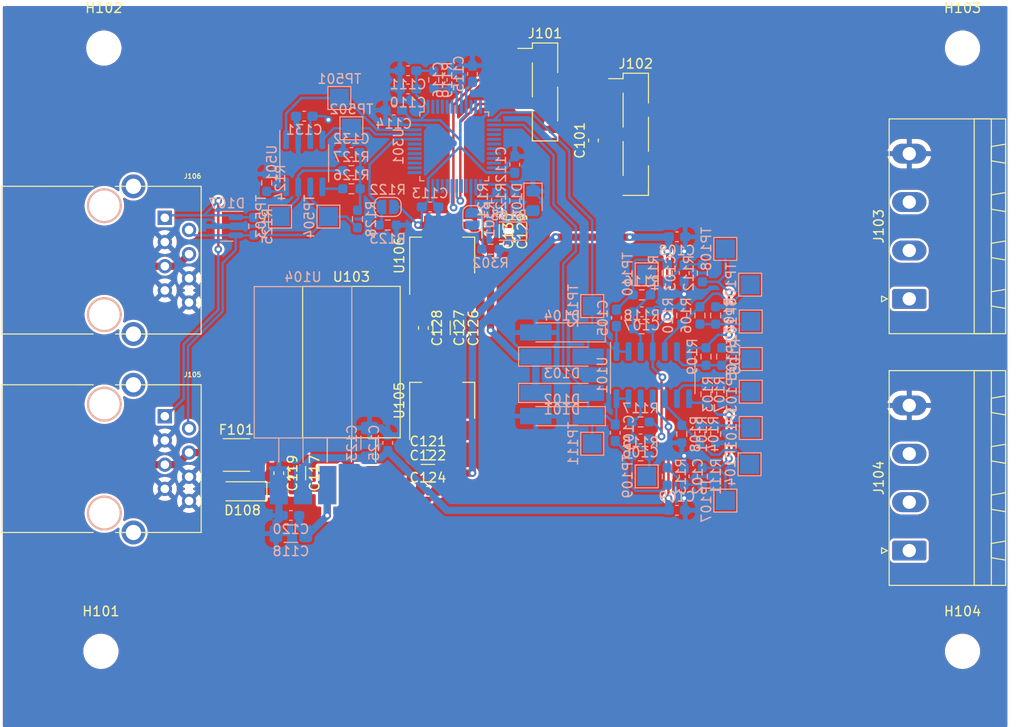
<source format=kicad_pcb>
(kicad_pcb (version 20211014) (generator pcbnew)
  (layers (0 "F.Cu" signal) (31 "B.Cu" signal) (34 "B.Paste" user) (35 "F.Paste" user) (36 "B.SilkS" user "B.Silkscreen") (37 "F.SilkS" user "F.Silkscreen") (38 "B.Mask" user) (39 "F.Mask" user) (44 "Edge.Cuts" user))
  (net 0 "")
  (net 1 "GND")
  (net 2 "+3V3")
  (net 3 "Net-(C102-Pad1)")
  (net 4 "Net-(C103-Pad1)")
  (net 5 "Net-(C104-Pad1)")
  (net 6 "/Bipolar Analog/out1")
  (net 7 "Net-(C105-Pad1)")
  (net 8 "/Bipolar Analog/out2")
  (net 9 "Net-(C106-Pad1)")
  (net 10 "Net-(C107-Pad1)")
  (net 11 "+15V")
  (net 12 "-15V")
  (net 13 "/STM32/RESET")
  (net 14 "/POWER SUPPLY/+18V")
  (net 15 "+5V")
  (net 16 "Net-(C132-Pad1)")
  (net 17 "Net-(D105-Pad2)")
  (net 18 "Net-(D106-Pad2)")
  (net 19 "/CANBUS CONN/CAN_H")
  (net 20 "/CANBUS CONN/CAN_L")
  (net 21 "Net-(D108-Pad2)")
  (net 22 "/CANBUS CONN/CAN_18V")
  (net 23 "/STM32/USART1_RX")
  (net 24 "/STM32/USART1_TX")
  (net 25 "/STM32/SWDIO")
  (net 26 "/STM32/SWO")
  (net 27 "/STM32/SWCLK")
  (net 28 "/Bipolar Analog/in1+")
  (net 29 "/Bipolar Analog/in2+")
  (net 30 "Net-(R103-Pad1)")
  (net 31 "Net-(R104-Pad1)")
  (net 32 "Net-(R105-Pad1)")
  (net 33 "Net-(R106-Pad1)")
  (net 34 "Net-(R107-Pad1)")
  (net 35 "Net-(R109-Pad1)")
  (net 36 "/STM32/LED0")
  (net 37 "/STM32/LED1")
  (net 38 "/STM32/BOOT0")
  (net 39 "Net-(R124-Pad1)")
  (net 40 "Net-(R126-Pad2)")
  (net 41 "/STM32/JUMP0")
  (net 68 "/CANBUS/CAN_RX")
  (net 69 "/CANBUS/CAN_TX")
  (footprint "Package_TO_SOT_SMD:SOT-223-3_TabPin2" (layer "F.Cu") (at 135.89 104.14 90)
    (fp_text reference "U105")
    (fp_text value "AMS1117-5")
  )
  (footprint "MountingHole:MountingHole_3.2mm_M3" (layer "F.Cu") (at 190.5 130.46)
    (fp_text reference "H104")
    (fp_text value "Mount_BR")
  )
  (footprint "Capacitor_SMD:C_0603_1608Metric_Pad1.08x0.95mm_HandSolder" (layer "F.Cu") (at 137.73 96.52 -90)
    (fp_text reference "C126")
    (fp_text value "100n")
  )
  (footprint "Capacitor_SMD:C_1206_3216Metric_Pad1.33x1.80mm_HandSolder" (layer "F.Cu") (at 120.65 111.76 -90)
    (fp_text reference "C117")
    (fp_text value "4.7u")
  )
  (footprint "Capacitor_SMD:C_1206_3216Metric_Pad1.33x1.80mm_HandSolder" (layer "F.Cu") (at 140.97 86.36 -90)
    (fp_text reference "C130")
    (fp_text value "4.7u")
  )
  (footprint "KicadZeniteSolarLibrary18:RJ45_YH59_01" (layer "F.Cu") (at 106.7816 105.786 -90)
    (fp_text reference "J105")
    (fp_text value "RJ45")
  )
  (footprint "Connector_Phoenix_MSTB:PhoenixContact_MSTBA_2,5_4-G-5,08_1x04_P5.08mm_Horizontal" (layer "F.Cu") (at 184.912 119.888 90)
    (fp_text reference "J104")
    (fp_text value "Sensor2")
  )
  (footprint "Capacitor_SMD:C_0603_1608Metric_Pad1.08x0.95mm_HandSolder" (layer "F.Cu") (at 142.875 86.36 -90)
    (fp_text reference "C129")
    (fp_text value "100n")
  )
  (footprint "Package_TO_SOT_SMD:SOT-223-3_TabPin2" (layer "F.Cu") (at 135.89 88.9 90)
    (fp_text reference "U106")
    (fp_text value "AMS1117-3.3")
  )
  (footprint "MountingHole:MountingHole_3.2mm_M3" (layer "F.Cu") (at 100.076 130.46)
    (fp_text reference "H101")
    (fp_text value "Mount_TL")
  )
  (footprint "MountingHole:MountingHole_3.2mm_M3" (layer "F.Cu") (at 190.5 67.152)
    (fp_text reference "H103")
    (fp_text value "Mount_BL")
  )
  (footprint "Connector_PinHeader_2.54mm:PinHeader_1x04_P2.54mm_Vertical_SMD_Pin1Left" (layer "F.Cu") (at 146.685 71.755)
    (fp_text reference "J101")
    (fp_text value "USART")
  )
  (footprint "Fuse:Fuse_1812_4532Metric_Pad1.30x3.40mm_HandSolder" (layer "F.Cu") (at 114.3 109.855)
    (fp_text reference "F101")
    (fp_text value "Fuse")
  )
  (footprint "MountingHole:MountingHole_3.2mm_M3" (layer "F.Cu") (at 100.3808 67.152)
    (fp_text reference "H102")
    (fp_text value "Mount_TR")
  )
  (footprint "Capacitor_SMD:C_0603_1608Metric_Pad1.08x0.95mm_HandSolder" (layer "F.Cu") (at 134.3925 113.665)
    (fp_text reference "C124")
    (fp_text value "100n")
  )
  (footprint "Connector_PinHeader_2.54mm:PinHeader_1x05_P2.54mm_Vertical_SMD_Pin1Left" (layer "F.Cu") (at 156.21 76.2)
    (fp_text reference "J102")
    (fp_text value "STLink")
  )
  (footprint "Connector_Phoenix_MSTB:PhoenixContact_MSTBA_2,5_4-G-5,08_1x04_P5.08mm_Horizontal" (layer "F.Cu") (at 184.912 93.472 90)
    (fp_text reference "J103")
    (fp_text value "Sensor1")
  )
  (footprint "Capacitor_SMD:C_0603_1608Metric_Pad1.08x0.95mm_HandSolder" (layer "F.Cu") (at 151.765 76.835 90)
    (fp_text reference "C101")
    (fp_text value "100n")
  )
  (footprint "Capacitor_SMD:C_1206_3216Metric_Pad1.33x1.80mm_HandSolder" (layer "F.Cu") (at 135.825 96.52 -90)
    (fp_text reference "C127")
    (fp_text value "4.7u")
  )
  (footprint "Diode_SMD:D_MiniMELF" (layer "F.Cu") (at 114.935 113.665 180)
    (fp_text reference "D108")
    (fp_text value "LL4148")
  )
  (footprint "Capacitor_SMD:C_0603_1608Metric_Pad1.08x0.95mm_HandSolder" (layer "F.Cu") (at 133.92 96.52 -90)
    (fp_text reference "C128")
    (fp_text value "100n")
  )
  (footprint "Capacitor_SMD:C_0603_1608Metric_Pad1.08x0.95mm_HandSolder" (layer "F.Cu") (at 134.3925 109.855)
    (fp_text reference "C121")
    (fp_text value "100n")
  )
  (footprint "KicadZeniteSolarLibrary18:RJ45_YH59_01" (layer "F.Cu") (at 106.7816 84.958 -90)
    (fp_text reference "J106")
    (fp_text value "RJ45")
  )
  (footprint "KicadZeniteSolarLibrary18:TO-220-3_Horizontal_Tabless_SMD" (layer "F.Cu") (at 123.825 111.7375)
    (fp_text reference "U103")
    (fp_text value "K78L15-1000R3")
  )
  (footprint "Capacitor_SMD:C_0603_1608Metric_Pad1.08x0.95mm_HandSolder" (layer "F.Cu") (at 118.745 111.76 -90)
    (fp_text reference "C119")
    (fp_text value "100n")
  )
  (footprint "Capacitor_SMD:C_1206_3216Metric_Pad1.33x1.80mm_HandSolder" (layer "F.Cu") (at 134.3925 111.76)
    (fp_text reference "C122")
    (fp_text value "4.7u")
  )
  (footprint "Resistor_SMD:R_0603_1608Metric_Pad0.98x0.95mm_HandSolder" (layer "B.Cu") (at 156.718 109.94325 180)
    (fp_text reference "R115")
    (fp_text value "1k")
  )
  (footprint "Resistor_SMD:R_0603_1608Metric_Pad0.98x0.95mm_HandSolder" (layer "B.Cu") (at 159.512 90.76625 -90)
    (fp_text reference "R114")
    (fp_text value "1k")
  )
  (footprint "LED_SMD:LED_0805_2012Metric_Pad1.15x1.40mm_HandSolder" (layer "B.Cu") (at 145.415 83.185 -90)
    (fp_text reference "D106")
    (fp_text value "~")
  )
  (footprint "KicadZeniteSolarLibrary18:TO-220-3_Horizontal_Tabless_SMD" (layer "B.Cu") (at 123.825 111.76 180)
    (fp_text reference "U104")
    (fp_text value "K78L15-1000R3")
  )
  (footprint "Resistor_SMD:R_0603_1608Metric_Pad0.98x0.95mm_HandSolder" (layer "B.Cu") (at 135.005 70.485 90)
    (fp_text reference "R119")
    (fp_text value "10k")
  )
  (footprint "Capacitor_SMD:C_0603_1608Metric_Pad1.08x0.95mm_HandSolder" (layer "B.Cu") (at 126.365 78.105 180)
    (fp_text reference "C132")
    (fp_text value "4.7n")
  )
  (footprint "Capacitor_SMD:C_0603_1608Metric_Pad1.08x0.95mm_HandSolder" (layer "B.Cu") (at 156.845 94.83025)
    (fp_text reference "C107")
    (fp_text value "100n")
  )
  (footprint "Capacitor_SMD:C_0603_1608Metric_Pad1.08x0.95mm_HandSolder" (layer "B.Cu") (at 120.015 116.205)
    (fp_text reference "C120")
    (fp_text value "100n")
  )
  (footprint "TestPoint:TestPoint_Pad_2.0x2.0mm" (layer "B.Cu") (at 168.275 99.78325 -90)
    (fp_text reference "TP105")
    (fp_text value "op_a_in-")
  )
  (footprint "Capacitor_SMD:C_0603_1608Metric_Pad1.08x0.95mm_HandSolder" (layer "B.Cu") (at 139.065 69.85 -90)
    (fp_text reference "C115")
    (fp_text value "100n")
  )
  (footprint "Capacitor_SMD:C_0603_1608Metric_Pad1.08x0.95mm_HandSolder" (layer "B.Cu") (at 160.528 115.65825 180)
    (fp_text reference "C109")
    (fp_text value "100n")
  )
  (footprint "TestPoint:TestPoint_Pad_2.0x2.0mm" (layer "B.Cu") (at 151.638 108.67325 -90)
    (fp_text reference "TP111")
    (fp_text value "op_b_out")
  )
  (footprint "TestPoint:TestPoint_Pad_2.0x2.0mm" (layer "B.Cu") (at 165.608 114.64225 -90)
    (fp_text reference "TP107")
    (fp_text value "op_a_out")
  )
  (footprint "TestPoint:TestPoint_Pad_2.0x2.0mm" (layer "B.Cu") (at 157.353 112.10225 -90)
    (fp_text reference "TP109")
    (fp_text value "op_b_in+")
  )
  (footprint "Diode_SMD:D_MiniMELF_Handsoldering" (layer "B.Cu") (at 148.463 99.52925)
    (fp_text reference "D103")
    (fp_text value "3V9")
  )
  (footprint "Package_SO:SOIC-14_3.9x8.7mm_P1.27mm" (layer "B.Cu") (at 157.988 101.47025 -90)
    (fp_text reference "U101")
    (fp_text value "LM324")
  )
  (footprint "Package_TO_SOT_SMD:SOT-23" (layer "B.Cu") (at 113.284 85.852 180)
    (fp_text reference "D107")
    (fp_text value "pesd1can")
  )
  (footprint "Resistor_SMD:R_0603_1608Metric_Pad0.98x0.95mm_HandSolder" (layer "B.Cu") (at 161.036 107.65725 90)
    (fp_text reference "R108")
    (fp_text value "3k9")
  )
  (footprint "Capacitor_SMD:C_0603_1608Metric_Pad1.08x0.95mm_HandSolder" (layer "B.Cu") (at 161.29 90.76625 -90)
    (fp_text reference "C103")
    (fp_text value "100n")
  )
  (footprint "LED_SMD:LED_0805_2012Metric_Pad1.15x1.40mm_HandSolder" (layer "B.Cu") (at 142.875 86.36 180)
    (fp_text reference "D105")
    (fp_text value "~")
  )
  (footprint "Capacitor_SMD:C_0603_1608Metric_Pad1.08x0.95mm_HandSolder" (layer "B.Cu") (at 154.178 95.46525 -90)
    (fp_text reference "C105")
    (fp_text value "100n")
  )
  (footprint "TestPoint:TestPoint_Pad_2.0x2.0mm" (layer "B.Cu") (at 151.638 94.22425 -90)
    (fp_text reference "TP112")
    (fp_text value "op_b_out")
  )
  (footprint "Resistor_SMD:R_0603_1608Metric_Pad0.98x0.95mm_HandSolder" (layer "B.Cu") (at 117.475 81.28 90)
    (fp_text reference "R124")
    (fp_text value "4k7")
  )
  (footprint "Diode_SMD:D_MiniMELF_Handsoldering" (layer "B.Cu") (at 148.463 103.33925)
    (fp_text reference "D101")
    (fp_text value "3V9")
  )
  (footprint "TestPoint:TestPoint_Pad_2.0x2.0mm" (layer "B.Cu") (at 168.2115 91.98025 -90)
    (fp_text reference "TP106")
    (fp_text value "op_a_in+")
  )
  (footprint "Capacitor_SMD:C_1206_3216Metric_Pad1.33x1.80mm_HandSolder" (layer "B.Cu") (at 120.015 118.11)
    (fp_text reference "C118")
    (fp_text value "4.7u")
  )
  (footprint "Resistor_SMD:R_0603_1608Metric_Pad0.98x0.95mm_HandSolder" (layer "B.Cu") (at 162.941 95.21125 -90)
    (fp_text reference "R106")
    (fp_text value "1k")
  )
  (footprint "Resistor_SMD:R_0603_1608Metric_Pad0.98x0.95mm_HandSolder" (layer "B.Cu") (at 127 85.09 90)
    (fp_text reference "R128")
    (fp_text value "520")
  )
  (footprint "Capacitor_SMD:C_0603_1608Metric_Pad1.08x0.95mm_HandSolder" (layer "B.Cu") (at 134.62 83.82 180)
    (fp_text reference "C113")
    (fp_text value "100n")
  )
  (footprint "Capacitor_SMD:C_0603_1608Metric_Pad1.08x0.95mm_HandSolder" (layer "B.Cu") (at 154.051 107.53025 90)
    (fp_text reference "C104")
    (fp_text value "100n")
  )
  (footprint "Resistor_SMD:R_0603_1608Metric_Pad0.98x0.95mm_HandSolder" (layer "B.Cu") (at 159.512 112.10225 90)
    (fp_text reference "R113")
    (fp_text value "1k")
  )
  (footprint "Resistor_SMD:R_0603_1608Metric_Pad0.98x0.95mm_HandSolder" (layer "B.Cu") (at 143.51 83.185 -90)
    (fp_text reference "R120")
    (fp_text value "10k")
  )
  (footprint "Resistor_SMD:R_0603_1608Metric_Pad0.98x0.95mm_HandSolder" (layer "B.Cu") (at 161.036 95.21125 -90)
    (fp_text reference "R110")
    (fp_text value "1k")
  )
  (footprint "Resistor_SMD:R_0603_1608Metric_Pad0.98x0.95mm_HandSolder" (layer "B.Cu") (at 156.845 96.60825 180)
    (fp_text reference "R118")
    (fp_text value "15k")
  )
  (footprint "Capacitor_SMD:C_0603_1608Metric_Pad1.08x0.95mm_HandSolder" (layer "B.Cu") (at 143.51 79.375 -90)
    (fp_text reference "C112")
    (fp_text value "100n")
  )
  (footprint "TestPoint:TestPoint_Pad_2.0x2.0mm" (layer "B.Cu") (at 168.275 107.02225 -90)
    (fp_text reference "TP101")
    (fp_text value "in+")
  )
  (footprint "Resistor_SMD:R_0603_1608Metric_Pad0.98x0.95mm_HandSolder" (layer "B.Cu") (at 163.195 90.76625 -90)
    (fp_text reference "R112")
    (fp_text value "1k")
  )
  (footprint "Resistor_SMD:R_0603_1608Metric_Pad0.98x0.95mm_HandSolder" (layer "B.Cu") (at 156.718 106.38725 180)
    (fp_text reference "R117")
    (fp_text value "15k")
  )
  (footprint "Resistor_SMD:R_0603_1608Metric_Pad0.98x0.95mm_HandSolder" (layer "B.Cu") (at 126.365 80.01 180)
    (fp_text reference "R127")
    (fp_text value "520")
  )
  (footprint "Capacitor_SMD:C_0603_1608Metric_Pad1.08x0.95mm_HandSolder" (layer "B.Cu") (at 130.1775 108.585 -90)
    (fp_text reference "C125")
    (fp_text value "100n")
  )
  (footprint "Capacitor_SMD:C_0603_1608Metric_Pad1.08x0.95mm_HandSolder" (layer "B.Cu") (at 132.3075 69.5325)
    (fp_text reference "C111")
    (fp_text value "100n")
  )
  (footprint "Capacitor_SMD:C_0603_1608Metric_Pad1.08x0.95mm_HandSolder" (layer "B.Cu") (at 130.81 73.66)
    (fp_text reference "C114")
    (fp_text value "100n")
  )
  (footprint "Capacitor_SMD:C_0603_1608Metric_Pad1.08x0.95mm_HandSolder" (layer "B.Cu") (at 160.528 86.95625)
    (fp_text reference "C108")
    (fp_text value "100n")
  )
  (footprint "Resistor_SMD:R_0603_1608Metric_Pad0.98x0.95mm_HandSolder" (layer "B.Cu") (at 162.941 107.65725 90)
    (fp_text reference "R104")
    (fp_text value "1k")
  )
  (footprint "Resistor_SMD:R_0603_1608Metric_Pad0.98x0.95mm_HandSolder" (layer "B.Cu") (at 126.365 81.915 180)
    (fp_text reference "R126")
    (fp_text value "300")
  )
  (footprint "Resistor_SMD:R_0603_1608Metric_Pad0.98x0.95mm_HandSolder" (layer "B.Cu") (at 116.11725 85.852 90)
    (fp_text reference "R125")
    (fp_text value "NC")
  )
  (footprint "TestPoint:TestPoint_Pad_2.0x2.0mm" (layer "B.Cu") (at 125.095 72.39 180)
    (fp_text reference "TP501")
    (fp_text value "TxCAN")
  )
  (footprint "Capacitor_SMD:C_0603_1608Metric_Pad1.08x0.95mm_HandSolder" (layer "B.Cu") (at 121.412 74.295)
    (fp_text reference "C131")
    (fp_text value "100n")
  )
  (footprint "Resistor_SMD:R_0603_1608Metric_Pad0.98x0.95mm_HandSolder" (layer "B.Cu") (at 130.175 85.725)
    (fp_text reference "R123")
    (fp_text value "10k")
  )
  (footprint "TestPoint:TestPoint_Pad_2.0x2.0mm" (layer "B.Cu") (at 165.608 88.22625 -90)
    (fp_text reference "TP108")
    (fp_text value "op_a_out")
  )
  (footprint "Capacitor_SMD:C_1206_3216Metric_Pad1.33x1.80mm_HandSolder" (layer "B.Cu") (at 128.27 108.585 -90)
    (fp_text reference "C123")
    (fp_text value "4.7u")
  )
  (footprint "Resistor_SMD:R_0603_1608Metric_Pad0.98x0.95mm_HandSolder" (layer "B.Cu") (at 156.845 93.05225 180)
    (fp_text reference "R116")
    (fp_text value "1k")
  )
  (footprint "Resistor_SMD:R_0603_1608Metric_Pad0.98x0.95mm_HandSolder" (layer "B.Cu") (at 163.576 103.46625 90)
    (fp_text reference "R107")
    (fp_text value "1k")
  )
  (footprint "TestPoint:TestPoint_Pad_2.0x2.0mm" (layer "B.Cu") (at 157.353 90.89325 -90)
    (fp_text reference "TP110")
    (fp_text value "op_b_in+")
  )
  (footprint "Package_SO:SOIC-8_3.9x4.9mm_P1.27mm" (layer "B.Cu") (at 121.412 79.248 -90)
    (fp_text reference "U501")
    (fp_text value "MCP2561-E-SN")
  )
  (footprint "Jumper:SolderJumper-2_P1.3mm_Open_RoundedPad1.0x1.5mm" (layer "B.Cu") (at 139.065 85.09 90)
    (fp_text reference "R301")
    (fp_text value "JUMP0")
  )
  (footprint "TestPoint:TestPoint_Pad_2.0x2.0mm" (layer "B.Cu") (at 168.148 110.83225 -90)
    (fp_text reference "TP104")
    (fp_text value "op_a_in+")
  )
  (footprint "TestPoint:TestPoint_Pad_2.0x2.0mm" (layer "B.Cu") (at 168.275 95.84625 -90)
    (fp_text reference "TP102")
    (fp_text value "in+")
  )
  (footprint "Capacitor_SMD:C_0603_1608Metric_Pad1.08x0.95mm_HandSolder" (layer "B.Cu") (at 132.3075 71.4375)
    (fp_text reference "C110")
    (fp_text value "100n")
  )
  (footprint "Resistor_SMD:R_0603_1608Metric_Pad0.98x0.95mm_HandSolder" (layer "B.Cu") (at 140.97 88.265)
    (fp_text reference "R302")
    (fp_text value "10k")
  )
  (footprint "TestPoint:TestPoint_Pad_2.0x2.0mm" (layer "B.Cu") (at 118.872 84.836 -90)
    (fp_text reference "TP503")
    (fp_text value "CAN_H")
  )
  (footprint "Resistor_SMD:R_0603_1608Metric_Pad0.98x0.95mm_HandSolder" (layer "B.Cu") (at 165.227 103.46625 -90)
    (fp_text reference "R103")
    (fp_text value "1k")
  )
  (footprint "Capacitor_SMD:C_0603_1608Metric_Pad1.08x0.95mm_HandSolder" (layer "B.Cu") (at 161.29 112.10225 90)
    (fp_text reference "C102")
    (fp_text value "100n")
  )
  (footprint "Resistor_SMD:R_0603_1608Metric_Pad0.98x0.95mm_HandSolder" (layer "B.Cu") (at 164.592 107.65725 -90)
    (fp_text reference "R101")
    (fp_text value "30")
  )
  (footprint "Resistor_SMD:R_0603_1608Metric_Pad0.98x0.95mm_HandSolder" (layer "B.Cu") (at 164.592 95.21125 90)
    (fp_text reference "R102")
    (fp_text value "30")
  )
  (footprint "Capacitor_SMD:C_0603_1608Metric_Pad1.08x0.95mm_HandSolder" (layer "B.Cu") (at 136.91 70.485 -90)
    (fp_text reference "C116")
    (fp_text value "100n")
  )
  (footprint "Package_QFP:LQFP-48_7x7mm_P0.5mm" (layer "B.Cu") (at 137.16 77.47 -90)
    (fp_text reference "U301")
    (fp_text value "STM32F103C8Tx")
  )
  (footprint "Diode_SMD:D_MiniMELF_Handsoldering" (layer "B.Cu") (at 148.463 105.77765 180)
    (fp_text reference "D102")
    (fp_text value "3V9")
  )
  (footprint "TestPoint:TestPoint_Pad_2.0x2.0mm" (layer "B.Cu") (at 123.952 84.836 -90)
    (fp_text reference "TP504")
    (fp_text value "CAN_L")
  )
  (footprint "Resistor_SMD:R_0603_1608Metric_Pad0.98x0.95mm_HandSolder" (layer "B.Cu") (at 141.605 83.185 -90)
    (fp_text reference "R121")
    (fp_text value "10k")
  )
  (footprint "Diode_SMD:D_MiniMELF_Handsoldering" (layer "B.Cu") (at 148.463 96.98925 180)
    (fp_text reference "D104")
    (fp_text value "3V9")
  )
  (footprint "TestPoint:TestPoint_Pad_2.0x2.0mm" (layer "B.Cu") (at 126.365 75.565 180)
    (fp_text reference "TP502")
    (fp_text value "RxCAN")
  )
  (footprint "Resistor_SMD:R_0603_1608Metric_Pad0.98x0.95mm_HandSolder" (layer "B.Cu") (at 165.227 99.52925 90)
    (fp_text reference "R105")
    (fp_text value "1k")
  )
  (footprint "TestPoint:TestPoint_Pad_2.0x2.0mm" (layer "B.Cu") (at 168.275 103.21225 -90)
    (fp_text reference "TP103")
    (fp_text value "op_a_in-")
  )
  (footprint "Resistor_SMD:R_0603_1608Metric_Pad0.98x0.95mm_HandSolder" (layer "B.Cu") (at 163.195 112.10225 90)
    (fp_text reference "R111")
    (fp_text value "1k")
  )
  (footprint "Capacitor_SMD:C_0603_1608Metric_Pad1.08x0.95mm_HandSolder" (layer "B.Cu") (at 156.718 108.16525)
    (fp_text reference "C106")
    (fp_text value "100n")
  )
  (footprint "Resistor_SMD:R_0603_1608Metric_Pad0.98x0.95mm_HandSolder" (layer "B.Cu") (at 163.576 99.52925 -90)
    (fp_text reference "R109")
    (fp_text value "3k9")
  )
  (footprint "Jumper:SolderJumper-2_P1.3mm_Open_RoundedPad1.0x1.5mm" (layer "B.Cu") (at 130.175 83.82 180)
    (fp_text reference "R122")
    (fp_text value "BOOT0")
  )
  (segment (start 133.53 109.855) (end 133.53 107.35) (width 0.762) (layer "F.Cu") (net 1))
  (segment (start 161.29 109.94325) (end 161.29 114.38825) (width 0.254) (layer "F.Cu") (net 1))
  (segment (start 119.95 110.8975) (end 120.65 110.1975) (width 0.762) (layer "F.Cu") (net 1))
  (segment (start 133.53 109.855) (end 133.53 111.06) (width 0.762) (layer "F.Cu") (net 1))
  (segment (start 133.92 95.6575) (end 135.125 95.6575) (width 0.762) (layer "F.Cu") (net 1))
  (segment (start 136.525 95.6575) (end 135.825 94.9575) (width 0.762) (layer "F.Cu") (net 1))
  (segment (start 133.59 92.05) (end 133.59 95.3275) (width 0.762) (layer "F.Cu") (net 1))
  (segment (start 125.4375 110.1975) (end 126.365 111.125) (width 0.762) (layer "F.Cu") (net 1))
  (segment (start 137.73 95.6575) (end 136.525 95.6575) (width 0.762) (layer "F.Cu") (net 1))
  (segment (start 142.875 85.4975) (end 141.67 85.4975) (width 0.762) (layer "F.Cu") (net 1))
  (segment (start 133.53 107.35) (end 133.59 107.29) (width 0.762) (layer "F.Cu") (net 1))
  (segment (start 141.67 85.4975) (end 140.97 84.7975) (width 0.762) (layer "F.Cu") (net 1))
  (segment (start 135.125 95.6575) (end 135.825 94.9575) (width 0.762) (layer "F.Cu") (net 1))
  (segment (start 125.4375 110.1975) (end 131.2675 110.1975) (width 0.762) (layer "F.Cu") (net 1))
  (segment (start 120.65 110.1975) (end 125.4375 110.1975) (width 0.762) (layer "F.Cu") (net 1))
  (segment (start 161.29 92.92525) (end 161.29 88.48025) (width 0.254) (layer "F.Cu") (net 1))
  (segment (start 131.2675 110.1975) (end 132.83 111.76) (width 0.762) (layer "F.Cu") (net 1))
  (segment (start 133.53 111.06) (end 132.83 111.76) (width 0.762) (layer "F.Cu") (net 1))
  (segment (start 118.745 110.8975) (end 119.95 110.8975) (width 0.762) (layer "F.Cu") (net 1))
  (segment (start 133.53 113.665) (end 133.53 112.46) (width 0.762) (layer "F.Cu") (net 1))
  (segment (start 133.53 112.46) (end 132.83 111.76) (width 0.762) (layer "F.Cu") (net 1))
  (segment (start 126.365 111.125) (end 126.365 113.0075) (width 0.762) (layer "F.Cu") (net 1))
  (segment (start 133.59 95.3275) (end 133.92 95.6575) (width 0.762) (layer "F.Cu") (net 1))
  (via (at 161.29 109.94325) (size 0.8) (drill 0.4) (layers "F.Cu" "B.Cu") (net 1))
  (via (at 161.29 92.97525) (size 0.8) (drill 0.4) (layers "F.Cu" "B.Cu") (net 1))
  (via (at 161.29 114.38825) (size 0.8) (drill 0.4) (layers "F.Cu" "B.Cu") (net 1))
  (via (at 161.29 88.48025) (size 0.8) (drill 0.4) (layers "F.Cu" "B.Cu") (net 1))
  (segment (start 124.46 78.74) (end 121.285 78.74) (width 0.254) (layer "B.Cu") (net 1))
  (segment (start 146.44152 84.773802) (end 146.44152 83.18652) (width 0.254) (layer "B.Cu") (net 1))
  (segment (start 120.777 76.773) (end 120.777 74.5225) (width 0.254) (layer "B.Cu") (net 1))
  (segment (start 132.9975 75.22) (end 131.5075 75.22) (width 0.254) (layer "B.Cu") (net 1))
  (segment (start 131.0875 85.725) (end 132.322557 85.725) (width 0.254) (layer "B.Cu") (net 1))
  (segment (start 125.095 78.105) (end 124.46 78.74) (width 0.254) (layer "B.Cu") (net 1))
  (segment (start 143.9 86.36) (end 144.855322 86.36) (width 0.254) (layer "B.Cu") (net 1))
  (segment (start 131.445 69.5325) (end 131.445 71.4375) (width 0.254) (layer "B.Cu") (net 1))
  (segment (start 133.893489 86.451511) (end 135.4825 84.8625) (width 0.254) (layer "B.Cu") (net 1))
  (segment (start 161.29 115.55775) (end 161.3905 115.65825) (width 0.254) (layer "B.Cu") (net 1))
  (segment (start 120.777 74.5225) (end 120.5495 74.295) (width 0.254) (layer "B.Cu") (net 1))
  (segment (start 165.8855 98.61675) (end 166.497 98.00525) (width 0.254) (layer "B.Cu") (net 1))
  (segment (start 157.5805 108.16525) (end 157.607 108.16525) (width 0.254) (layer "B.Cu") (net 1))
  (segment (start 118.4525 116.905) (end 119.1525 116.205) (width 0.762) (layer "B.Cu") (net 1))
  (segment (start 157.6305 108.16525) (end 157.6425 108.16525) (width 0.254) (layer "B.Cu") (net 1))
  (segment (start 165.8855 104.37875) (end 166.5605 105.05375) (width 0.254) (layer "B.Cu") (net 1))
  (segment (start 125.5025 78.105) (end 125.095 78.105) (width 0.254) (layer "B.Cu") (net 1))
  (segment (start 143.9 86.36) (end 143.7875 86.36) (width 0.254) (layer "B.Cu") (net 1))
  (segment (start 161.036 93.22925) (end 161.29 92.97525) (width 0.254) (layer "B.Cu") (net 1))
  (segment (start 139.065 68.9875) (end 137.545 68.9875) (width 0.254) (layer "B.Cu") (net 1))
  (segment (start 158.496 109.05425) (end 159.178 109.05425) (width 0.254) (layer "B.Cu") (net 1))
  (segment (start 118.745 113.03) (end 118.745 115.7975) (width 0.762) (layer "B.Cu") (net 1))
  (segment (start 165.227 98.61675) (end 165.8855 98.61675) (width 0.254) (layer "B.Cu") (net 1))
  (segment (start 134.91 83.2475) (end 135.4825 83.82) (width 0.254) (layer "B.Cu") (net 1))
  (segment (start 159.178 109.05425) (end 159.6625 108.56975) (width 0.254) (layer "B.Cu") (net 1))
  (segment (start 146.44152 83.18652) (end 145.415 82.16) (width 0.254) (layer "B.Cu") (net 1))
  (segment (start 134.91 81.6325) (end 134.91 83.2475) (width 0.254) (layer "B.Cu") (net 1))
  (segment (start 166.497 98.00525) (end 169.926 98.00525) (width 0.254) (layer "B.Cu") (net 1))
  (segment (start 129.4775 107.0225) (end 130.1775 107.7225) (width 0.762) (layer "B.Cu") (net 1))
  (segment (start 137.91 73.3075) (end 137.91 70.6225) (width 0.254) (layer "B.Cu") (net 1))
  (segment (start 132.322557 85.725) (end 133.049068 86.451511) (width 0.254) (layer "B.Cu") (net 1))
  (segment (start 165.227 104.37875) (end 165.8855 104.37875) (width 0.254) (layer "B.Cu") (net 1))
  (segment (start 108.745133 85.156489) (end 111.650989 85.156489) (width 0.254) (layer "B.Cu") (net 1))
  (segment (start 161.29 88.48025) (end 161.29 87.05675) (width 0.254) (layer "B.Cu") (net 1))
  (segment (start 166.5605 105.05375) (end 166.624 105.11725) (width 0.254) (layer "B.Cu") (net 1))
  (segment (start 112.3465 85.852) (end 111.650989 85.156489) (width 0.254) (layer "B.Cu") (net 1))
  (segment (start 161.036 108.56975) (end 161.036 109.68925) (width 0.254) (layer "B.Cu") (net 1))
  (segment (start 161.036 94.29875) (end 161.036 93.22925) (width 0.254) (layer "B.Cu") (net 1))
  (segment (start 118.745 115.7975) (end 119.1525 116.205) (width 0.762) (layer "B.Cu") (net 1))
  (segment (start 117.475 80.3675) (end 117.561401 80.3675) (width 0.254) (layer "B.Cu") (net 1))
  (segment (start 137.91 70.6225) (end 136.91 69.6225) (width 0.254) (layer "B.Cu") (net 1))
  (segment (start 161.29 114.38825) (end 161.29 115.55775) (width 0.254) (layer "B.Cu") (net 1))
  (segment (start 143.7875 86.36) (end 141.8825 88.265) (width 0.254) (layer "B.Cu") (net 1))
  (segment (start 120.777 78.232) (end 120.777 76.773) (width 0.254) (layer "B.Cu") (net 1))
  (segment (start 121.285 78.74) (end 120.777 78.232) (width 0.254) (layer "B.Cu") (net 1))
  (segment (start 106.7856 87.116022) (end 106.7856 87.503) (width 0.254) (layer "B.Cu") (net 1))
  (segment (start 157.607 108.16525) (end 158.496 109.05425) (width 0.254) (layer "B.Cu") (net 1))
  (segment (start 161.29 87.05675) (end 161.3905 86.95625) (width 0.254) (layer "B.Cu") (net 1))
  (segment (start 108.745133 85.156489) (end 106.7856 87.116022) (width 0.254) (layer "B.Cu") (net 1))
  (segment (start 161.29 111.23975) (end 161.29 109.94325) (width 0.254) (layer "B.Cu") (net 1))
  (segment (start 158.239 94.29875) (end 161.036 94.29875) (width 0.254) (layer "B.Cu") (net 1))
  (segment (start 142.3025 79.72) (end 143.51 78.5125) (width 0.254) (layer "B.Cu") (net 1))
  (segment (start 141.3225 79.72) (end 142.3025 79.72) (width 0.254) (layer "B.Cu") (net 1))
  (segment (start 157.7075 94.83025) (end 158.239 94.29875) (width 0.254) (layer "B.Cu") (net 1))
  (segment (start 161.29 92.97525) (end 161.29 91.62875) (width 0.254) (layer "B.Cu") (net 1))
  (segment (start 118.4525 118.11) (end 118.4525 116.905) (width 0.762) (layer "B.Cu") (net 1))
  (segment (start 161.036 109.68925) (end 161.29 109.94325) (width 0.254) (layer "B.Cu") (net 1))
  (segment (start 131.5075 75.22) (end 129.9475 73.66) (width 0.254) (layer "B.Cu") (net 1))
  (segment (start 128.27 107.0225) (end 129.4775 107.0225) (width 0.762) (layer "B.Cu") (net 1))
  (segment (start 166.5605 105.05375) (end 169.9895 105.05375) (width 0.254) (layer "B.Cu") (net 1))
  (segment (start 135.4825 84.8625) (end 135.4825 83.82) (width 0.254) (layer "B.Cu") (net 1))
  (segment (start 144.855322 86.36) (end 146.44152 84.773802) (width 0.254) (layer "B.Cu") (net 1))
  (segment (start 133.049068 86.451511) (end 133.893489 86.451511) (width 0.254) (layer "B.Cu") (net 1))
  (segment (start 159.6625 108.56975) (end 159.636 108.56975) (width 0.254) (layer "B.Cu") (net 1))
  (segment (start 117.561401 80.3675) (end 119.188901 78.74) (width 0.254) (layer "B.Cu") (net 1))
  (segment (start 137.545 68.9875) (end 136.91 69.6225) (width 0.254) (layer "B.Cu") (net 1))
  (segment (start 161.036 108.56975) (end 159.6625 108.56975) (width 0.254) (layer "B.Cu") (net 1))
  (segment (start 119.188901 78.74) (end 121.285 78.74) (width 0.254) (layer "B.Cu") (net 1))
  (segment (start 135.89 92.05) (end 135.89 85.75) (width 0.762) (layer "F.Cu") (net 2))
  (segment (start 135.89 85.75) (end 138.7975 85.75) (width 0.762) (layer "F.Cu") (net 2))
  (segment (start 142.875 87.2225) (end 141.67 87.2225) (width 0.762) (layer "F.Cu") (net 2))
  (segment (start 138.7975 85.75) (end 140.97 87.9225) (width 0.762) (layer "F.Cu") (net 2))
  (segment (start 140.97 87.9225) (end 140.97 96.774) (width 0.762) (layer "F.Cu") (net 2))
  (segment (start 133.375 85.75) (end 133.35 85.725) (width 0.762) (layer "F.Cu") (net 2))
  (segment (start 141.67 87.2225) (end 140.97 87.9225) (width 0.762) (layer "F.Cu") (net 2))
  (segment (start 135.89 85.75) (end 133.375 85.75) (width 0.762) (layer "F.Cu") (net 2))
  (via (at 140.97 96.774) (size 0.8) (drill 0.4) (layers "F.Cu" "B.Cu") (net 2))
  (via (at 133.35 85.725) (size 0.8) (drill 0.4) (layers "F.Cu" "B.Cu") (net 2))
  (segment (start 135.017165 80.22) (end 135.045 80.22) (width 0.254) (layer "B.Cu") (net 2))
  (segment (start 137.802835 76.827165) (end 135.69567 74.72) (width 0.254) (layer "B.Cu") (net 2))
  (segment (start 138.41 74.112835) (end 138.41 73.3075) (width 0.254) (layer "B.Cu") (net 2))
  (segment (start 137.802835 74.72) (end 137.802835 76.827165) (width 0.254) (layer "B.Cu") (net 2))
  (segment (start 135.017165 80.22) (end 134.41 80.827165) (width 0.254) (layer "B.Cu") (net 2))
  (segment (start 137.802835 77.462165) (end 137.802835 77.50567) (width 0.254) (layer "B.Cu") (net 2))
  (segment (start 138.41 73.3075) (end 138.41 71.3675) (width 0.254) (layer "B.Cu") (net 2))
  (segment (start 137.802835 76.827165) (end 137.802835 77.462165) (width 0.254) (layer "B.Cu") (net 2))
  (segment (start 140.517165 80.22) (end 141.3225 80.22) (width 0.254) (layer "B.Cu") (net 2))
  (segment (start 140.97 96.774) (end 143.72525 99.52925) (width 0.762) (layer "B.Cu") (net 2))
  (segment (start 133.17 71.4375) (end 133.17 69.5325) (width 0.254) (layer "B.Cu") (net 2))
  (segment (start 135.045 80.22) (end 137.802835 77.462165) (width 0.254) (layer "B.Cu") (net 2))
  (segment (start 132.7325 74.72) (end 131.6725 73.66) (width 0.254) (layer "B.Cu") (net 2))
  (segment (start 138.41 71.3675) (end 139.065 70.7125) (width 0.254) (layer "B.Cu") (net 2))
  (segment (start 133.17 72.0675) (end 134.41 73.3075) (width 0.254) (layer "B.Cu") (net 2))
  (segment (start 141.3225 80.22) (end 143.4925 80.22) (width 0.254) (layer "B.Cu") (net 2))
  (segment (start 131.445 83.82) (end 133.35 85.725) (width 0.254) (layer "B.Cu") (net 2))
  (segment (start 134.41 83.1675) (end 133.7575 83.82) (width 0.254) (layer "B.Cu") (net 2))
  (segment (start 133.7575 83.82) (end 133.7575 85.3175) (width 0.254) (layer "B.Cu") (net 2))
  (segment (start 132.9975 74.72) (end 132.7325 74.72) (width 0.254) (layer "B.Cu") (net 2))
  (segment (start 143.4925 80.22) (end 143.51 80.2375) (width 0.254) (layer "B.Cu") (net 2))
  (segment (start 131.6725 73.66) (end 131.9375 73.66) (width 0.254) (layer "B.Cu") (net 2))
  (segment (start 131.445 83.82) (end 130.825 83.82) (width 0.254) (layer "B.Cu") (net 2))
  (segment (start 143.72525 99.52925) (end 145.713 99.52925) (width 0.762) (layer "B.Cu") (net 2))
  (segment (start 134.41 81.6325) (end 134.41 83.1675) (width 0.254) (layer "B.Cu") (net 2))
  (segment (start 133.7575 85.3175) (end 133.35 85.725) (width 0.254) (layer "B.Cu") (net 2))
  (segment (start 133.17 71.4375) (end 133.17 72.0675) (width 0.254) (layer "B.Cu") (net 2))
  (segment (start 137.802835 74.72) (end 138.41 74.112835) (width 0.254) (layer "B.Cu") (net 2))
  (segment (start 134.41 80.827165) (end 134.41 81.6325) (width 0.254) (layer "B.Cu") (net 2))
  (segment (start 133.17 69.5325) (end 134.965 69.5325) (width 0.254) (layer "B.Cu") (net 2))
  (segment (start 137.802835 77.50567) (end 140.517165 80.22) (width 0.254) (layer "B.Cu") (net 2))
  (segment (start 145.713 99.52925) (end 145.713 103.33925) (width 0.762) (layer "B.Cu") (net 2))
  (segment (start 133.56 74.72) (end 132.9975 74.72) (width 0.254) (layer "B.Cu") (net 2))
  (segment (start 134.41 73.87) (end 133.56 74.72) (width 0.254) (layer "B.Cu") (net 2))
  (segment (start 134.41 73.3075) (end 134.41 73.87) (width 0.254) (layer "B.Cu") (net 2))
  (segment (start 134.965 69.5325) (end 135.005 69.5725) (width 0.254) (layer "B.Cu") (net 2))
  (segment (start 135.69567 74.72) (end 132.9975 74.72) (width 0.254) (layer "B.Cu") (net 2))
  (segment (start 163.145 112.96475) (end 163.195 113.01475) (width 0.254) (layer "B.Cu") (net 3))
  (segment (start 161.24 113.01475) (end 161.29 112.96475) (width 0.254) (layer "B.Cu") (net 3))
  (segment (start 161.287 112.96475) (end 159.512 111.18975) (width 0.254) (layer "B.Cu") (net 3))
  (segment (start 161.29 112.96475) (end 161.287 112.96475) (width 0.254) (layer "B.Cu") (net 3))
  (segment (start 161.29 112.96475) (end 163.145 112.96475) (width 0.254) (layer "B.Cu") (net 3))
  (segment (start 161.34 89.85375) (end 161.29 89.90375) (width 0.254) (layer "B.Cu") (net 4))
  (segment (start 161.29 89.90375) (end 161.287 89.90375) (width 0.254) (layer "B.Cu") (net 4))
  (segment (start 161.287 89.90375) (end 159.512 91.67875) (width 0.254) (layer "B.Cu") (net 4))
  (segment (start 163.195 89.85375) (end 161.34 89.85375) (width 0.254) (layer "B.Cu") (net 4))
  (segment (start 155.8055 113.207772) (end 155.8055 109.94325) (width 0.254) (layer "B.Cu") (net 5))
  (segment (start 156.223978 113.62625) (end 155.8055 113.207772) (width 0.254) (layer "B.Cu") (net 5))
  (segment (start 155.8055 109.94325) (end 155.6015 109.94325) (width 0.254) (layer "B.Cu") (net 5))
  (segment (start 159.512 113.01475) (end 158.9005 113.62625) (width 0.254) (layer "B.Cu") (net 5))
  (segment (start 158.9005 113.62625) (end 156.223978 113.62625) (width 0.254) (layer "B.Cu") (net 5))
  (segment (start 155.8055 109.94325) (end 156.122604 109.94325) (width 0.254) (layer "B.Cu") (net 5))
  (segment (start 155.6015 109.94325) (end 154.051 108.39275) (width 0.254) (layer "B.Cu") (net 5))
  (segment (start 141.3225 75.22) (end 144.435 75.22) (width 0.254) (layer "B.Cu") (net 6))
  (segment (start 154.178 106.54075) (end 154.051 106.66775) (width 0.254) (layer "B.Cu") (net 6))
  (segment (start 149.91848 85.910481) (end 147.574 83.566001) (width 0.25) (layer "B.Cu") (net 6))
  (segment (start 148.59 89.789) (end 149.91848 88.46052) (width 0.25) (layer "B.Cu") (net 6))
  (segment (start 154.051 106.66775) (end 153.1609 105.77765) (width 0.254) (layer "B.Cu") (net 6))
  (segment (start 153.1609 105.77765) (end 151.213 105.77765) (width 0.254) (layer "B.Cu") (net 6))
  (segment (start 151.638 106.20265) (end 151.213 105.77765) (width 0.254) (layer "B.Cu") (net 6))
  (segment (start 147.574 78.359) (end 144.435 75.22) (width 0.25) (layer "B.Cu") (net 6))
  (segment (start 151.638 108.67325) (end 151.638 106.20265) (width 0.254) (layer "B.Cu") (net 6))
  (segment (start 149.91848 88.46052) (end 149.91848 85.910481) (width 0.25) (layer "B.Cu") (net 6))
  (segment (start 151.213 105.77765) (end 151.213 103.33925) (width 0.254) (layer "B.Cu") (net 6))
  (segment (start 155.448 103.94525) (end 154.178 103.94525) (width 0.254) (layer "B.Cu") (net 6))
  (segment (start 154.178 103.94525) (end 154.178 106.54075) (width 0.254) (layer "B.Cu") (net 6))
  (segment (start 151.213 103.33925) (end 148.59 100.71625) (width 0.25) (layer "B.Cu") (net 6))
  (segment (start 147.574 83.566001) (end 147.574 78.359) (width 0.25) (layer "B.Cu") (net 6))
  (segment (start 148.59 100.71625) (end 148.59 89.789) (width 0.25) (layer "B.Cu") (net 6))
  (segment (start 156.223978 89.36925) (end 159.0275 89.36925) (width 0.254) (layer "B.Cu") (net 7))
  (segment (start 155.9325 93.05225) (end 155.9325 89.660728) (width 0.254) (layer "B.Cu") (net 7))
  (segment (start 155.7285 93.05225) (end 154.178 94.60275) (width 0.254) (layer "B.Cu") (net 7))
  (segment (start 155.9325 89.660728) (end 156.223978 89.36925) (width 0.254) (layer "B.Cu") (net 7))
  (segment (start 159.0275 89.36925) (end 159.512 89.85375) (width 0.254) (layer "B.Cu") (net 7))
  (segment (start 155.9325 93.05225) (end 155.7285 93.05225) (width 0.254) (layer "B.Cu") (net 7))
  (segment (start 151.638 94.22425) (end 151.638 96.56425) (width 0.254) (layer "B.Cu") (net 8))
  (segment (start 154.178 98.99525) (end 152.172 96.98925) (width 0.254) (layer "B.Cu") (net 8))
  (segment (start 155.448 98.99525) (end 154.178 98.99525) (width 0.254) (layer "B.Cu") (net 8))
  (segment (start 149.225 77.9145) (end 145.2245 73.914) (width 0.25) (layer "B.Cu") (net 8))
  (segment (start 145.2245 73.914) (end 142.1285 73.914) (width 0.25) (layer "B.Cu") (net 8))
  (segment (start 151.213 99.52925) (end 151.213 96.98925) (width 0.254) (layer "B.Cu") (net 8))
  (segment (start 151.638 96.56425) (end 151.213 96.98925) (width 0.254) (layer "B.Cu") (net 8))
  (segment (start 154.178 98.99525) (end 154.178 96.32775) (width 0.254) (layer "B.Cu") (net 8))
  (segment (start 142.1285 73.914) (end 141.3225 74.72) (width 0.25) (layer "B.Cu") (net 8))
  (segment (start 151.638 94.22425) (end 151.638 85.217) (width 0.25) (layer "B.Cu") (net 8))
  (segment (start 152.172 96.98925) (end 151.213 96.98925) (width 0.254) (layer "B.Cu") (net 8))
  (segment (start 151.638 85.217) (end 149.225 82.804) (width 0.25) (layer "B.Cu") (net 8))
  (segment (start 149.225 82.804) (end 149.225 77.9145) (width 0.25) (layer "B.Cu") (net 8))
  (segment (start 155.8555 108.11525) (end 155.8055 108.16525) (width 0.254) (layer "B.Cu") (net 9))
  (segment (start 155.8525 108.16525) (end 157.6305 109.94325) (width 0.254) (layer "B.Cu") (net 9))
  (segment (start 157.6305 111.82475) (end 157.353 112.10225) (width 0.254) (layer "B.Cu") (net 9))
  (segment (start 157.6305 109.94325) (end 157.6305 111.82475) (width 0.254) (layer "B.Cu") (net 9))
  (segment (start 155.8555 106.51425) (end 156.718 105.65175) (width 0.254) (layer "B.Cu") (net 9))
  (segment (start 156.718 105.65175) (end 156.718 103.94525) (width 0.254) (layer "B.Cu") (net 9))
  (segment (start 155.8055 108.16525) (end 155.8525 108.16525) (width 0.254) (layer "B.Cu") (net 9))
  (segment (start 155.8555 106.51425) (end 155.8555 108.11525) (width 0.254) (layer "B.Cu") (net 9))
  (segment (start 155.9325 94.88025) (end 155.9825 94.83025) (width 0.254) (layer "B.Cu") (net 10))
  (segment (start 157.7575 93.05225) (end 157.7575 91.29775) (width 0.254) (layer "B.Cu") (net 10))
  (segment (start 156.718 97.39375) (end 156.718 98.99525) (width 0.254) (layer "B.Cu") (net 10))
  (segment (start 157.7575 91.29775) (end 157.353 90.89325) (width 0.254) (layer "B.Cu") (net 10))
  (segment (start 155.9325 96.60825) (end 156.718 97.39375) (width 0.254) (layer "B.Cu") (net 10))
  (segment (start 155.9825 94.82725) (end 157.7575 93.05225) (width 0.254) (layer "B.Cu") (net 10))
  (segment (start 155.9825 94.83025) (end 155.9825 94.82725) (width 0.254) (layer "B.Cu") (net 10))
  (segment (start 155.9325 96.60825) (end 155.9325 94.88025) (width 0.254) (layer "B.Cu") (net 10))
  (segment (start 130.61802 114.72052) (end 134.19948 114.72052) (width 0.762) (layer "F.Cu") (net 11))
  (segment (start 159.004 101.68825) (end 158.9125 101.77975) (width 0.254) (layer "F.Cu") (net 11))
  (segment (start 135.255 109.855) (end 135.255 111.06) (width 0.762) (layer "F.Cu") (net 11))
  (segment (start 138.19 107.901022) (end 138.19 107.29) (width 0.762) (layer "F.Cu") (net 11))
  (segment (start 128.905 113.0075) (end 130.61802 114.72052) (width 0.762) (layer "F.Cu") (net 11))
  (segment (start 135.255 113.665) (end 135.255 112.46) (width 0.762) (layer "F.Cu") (net 11))
  (segment (start 147.828 86.995) (end 155.575 86.995) (width 0.762) (layer "F.Cu") (net 11))
  (segment (start 134.19948 114.72052) (end 135.255 113.665) (width 0.762) (layer "F.Cu") (net 11))
  (segment (start 158.9125 101.77975) (end 158.9125 107.91125) (width 0.254) (layer "F.Cu") (net 11))
  (segment (start 135.255 109.855) (end 136.236022 109.855) (width 0.762) (layer "F.Cu") (net 11))
  (segment (start 135.255 112.46) (end 135.955 111.76) (width 0.762) (layer "F.Cu") (net 11))
  (segment (start 136.236022 109.855) (end 138.19 107.901022) (width 0.762) (layer "F.Cu") (net 11))
  (segment (start 135.255 111.06) (end 135.955 111.76) (width 0.762) (layer "F.Cu") (net 11))
  (segment (start 135.955 111.76) (end 139.065 111.76) (width 0.762) (layer "F.Cu") (net 11))
  (segment (start 159.512 95.33825) (end 159.512 88.48025) (width 0.254) (layer "F.Cu") (net 11))
  (via (at 139.065 111.76) (size 0.8) (drill 0.4) (layers "F.Cu" "B.Cu") (net 11))
  (via (at 158.9125 107.91125) (size 0.8) (drill 0.4) (layers "F.Cu" "B.Cu") (net 11))
  (via (at 155.575 86.995) (size 0.8) (drill 0.4) (layers "F.Cu" "B.Cu") (net 11))
  (via (at 159.512 88.48025) (size 0.8) (drill 0.4) (layers "F.Cu" "B.Cu") (net 11))
  (via (at 159.512 95.33825) (size 0.8) (drill 0.4) (layers "F.Cu" "B.Cu") (net 11))
  (via (at 159.004 101.68825) (size 0.8) (drill 0.4) (layers "F.Cu" "B.Cu") (net 11))
  (via (at 147.828 86.995) (size 0.8) (drill 0.4) (layers "F.Cu" "B.Cu") (net 11))
  (segment (start 155.575 86.995) (end 159.62675 86.995) (width 0.762) (layer "B.Cu") (net 11))
  (segment (start 159.512 87.10975) (end 159.6655 86.95625) (width 0.254) (layer "B.Cu") (net 11))
  (segment (start 157.6305 106.38725) (end 157.988 106.38725) (width 0.254) (layer "B.Cu") (net 11))
  (segment (start 158.9125 107.31175) (end 158.9125 107.91125) (width 0.254) (layer "B.Cu") (net 11))
  (segment (start 159.004 101.68825) (end 157.988 100.67225) (width 0.254) (layer "B.Cu") (net 11))
  (segment (start 139.065 95.631) (end 147.73975 86.95625) (width 0.762) (layer "B.Cu") (net 11))
  (segment (start 157.988 106.38725) (end 158.9125 107.31175) (width 0.254) (layer "B.Cu") (net 11))
  (segment (start 147.73975 86.95625) (end 147.78925 86.95625) (width 0.762) (layer "B.Cu") (net 11))
  (segment (start 139.065 111.76) (end 139.065 95.631) (width 0.762) (layer "B.Cu") (net 11))
  (segment (start 159.6655 88.32675) (end 159.512 88.48025) (width 0.762) (layer "B.Cu") (net 11))
  (segment (start 157.988 96.83875) (end 157.7575 96.60825) (width 0.254) (layer "B.Cu") (net 11))
  (segment (start 157.988 98.99525) (end 157.988 96.83875) (width 0.254) (layer "B.Cu") (net 11))
  (segment (start 159.62675 86.995) (end 159.6655 86.95625) (width 0.762) (layer "B.Cu") (net 11))
  (segment (start 159.6655 86.95625) (end 159.6655 88.32675) (width 0.762) (layer "B.Cu") (net 11))
  (segment (start 157.988 100.67225) (end 157.988 98.99525) (width 0.254) (layer "B.Cu") (net 11))
  (segment (start 147.78925 86.95625) (end 147.828 86.995) (width 0.762) (layer "B.Cu") (net 11))
  (segment (start 157.7575 96.60825) (end 158.242 96.60825) (width 0.254) (layer "B.Cu") (net 11))
  (segment (start 158.242 96.60825) (end 159.512 95.33825) (width 0.254) (layer "B.Cu") (net 11))
  (segment (start 159.639 114.38825) (end 159.639 106.89525) (width 0.254) (layer "F.Cu") (net 12))
  (via (at 159.639 114.38825) (size 0.8) (drill 0.4) (layers "F.Cu" "B.Cu") (net 12))
  (via (at 159.639 106.89525) (size 0.8) (drill 0.4) (layers "F.Cu" "B.Cu") (net 12))
  (segment (start 121.285 113.03) (end 121.285 111.125) (width 0.762) (layer "B.Cu") (net 12))
  (segment (start 129.4775 110.1475) (end 130.1775 109.4475) (width 0.762) (layer "B.Cu") (net 12))
  (segment (start 159.6655 115.65825) (end 159.6655 114.41475) (width 0.762) (layer "B.Cu") (net 12))
  (segment (start 159.639 106.89525) (end 159.639 106.51425) (width 0.254) (layer "B.Cu") (net 12))
  (segment (start 159.639 115.63175) (end 159.6655 115.65825) (width 0.254) (layer "B.Cu") (net 12))
  (segment (start 159.6655 114.41475) (end 159.639 114.38825) (width 0.762) (layer "B.Cu") (net 12))
  (segment (start 157.988 104.86325) (end 157.988 103.94525) (width 0.254) (layer "B.Cu") (net 12))
  (segment (start 159.639 106.51425) (end 157.988 104.86325) (width 0.254) (layer "B.Cu") (net 12))
  (segment (start 136.38825 115.65825) (end 159.6655 115.65825) (width 0.762) (layer "B.Cu") (net 12))
  (segment (start 130.1775 109.4475) (end 136.38825 115.65825) (width 0.762) (layer "B.Cu") (net 12))
  (segment (start 128.27 110.1475) (end 129.4775 110.1475) (width 0.762) (layer "B.Cu") (net 12))
  (segment (start 122.2625 110.1475) (end 128.27 110.1475) (width 0.762) (layer "B.Cu") (net 12))
  (segment (start 121.285 111.125) (end 122.2625 110.1475) (width 0.762) (layer "B.Cu") (net 12))
  (segment (start 137.41 73.3075) (end 137.41 71.8475) (width 0.254) (layer "B.Cu") (net 13))
  (segment (start 136.91 71.3475) (end 135.055 71.3475) (width 0.254) (layer "B.Cu") (net 13))
  (segment (start 137.41 71.8475) (end 136.91 71.3475) (width 0.254) (layer "B.Cu") (net 13))
  (segment (start 135.055 71.3475) (end 135.005 71.3975) (width 0.254) (layer "B.Cu") (net 13))
  (segment (start 120.65 113.3225) (end 123.51 113.3225) (width 0.762) (layer "F.Cu") (net 14))
  (segment (start 123.51 113.3225) (end 123.825 113.0075) (width 0.762) (layer "F.Cu") (net 14))
  (segment (start 117.7025 113.665) (end 118.745 112.6225) (width 0.762) (layer "F.Cu") (net 14))
  (segment (start 119.95 112.6225) (end 120.65 113.3225) (width 0.762) (layer "F.Cu") (net 14))
  (segment (start 118.745 112.6225) (end 119.95 112.6225) (width 0.762) (layer "F.Cu") (net 14))
  (segment (start 116.685 113.665) (end 117.7025 113.665) (width 0.762) (layer "F.Cu") (net 14))
  (segment (start 123.825 116.205) (end 123.825 113.0075) (width 0.762) (layer "F.Cu") (net 14))
  (via (at 123.825 116.205) (size 0.8) (drill 0.4) (layers "F.Cu" "B.Cu") (net 14))
  (segment (start 120.8775 117.41) (end 121.5775 118.11) (width 0.762) (layer "B.Cu") (net 14))
  (segment (start 120.8775 116.205) (end 120.8775 117.41) (width 0.762) (layer "B.Cu") (net 14))
  (segment (start 121.92 118.11) (end 123.825 116.205) (width 0.762) (layer "B.Cu") (net 14))
  (segment (start 123.825 116.205) (end 123.825 113.03) (width 0.762) (layer "B.Cu") (net 14))
  (segment (start 121.5775 118.11) (end 121.92 118.11) (width 0.762) (layer "B.Cu") (net 14))
  (segment (start 133.92 97.3825) (end 135.125 97.3825) (width 0.762) (layer "F.Cu") (net 15))
  (segment (start 137.73 97.3825) (end 138.78552 96.32698) (width 0.762) (layer "F.Cu") (net 15))
  (segment (start 135.89 100.99) (end 135.89 98.1475) (width 0.762) (layer "F.Cu") (net 15))
  (segment (start 137.73 97.3825) (end 136.525 97.3825) (width 0.762) (layer "F.Cu") (net 15))
  (segment (start 136.525 97.3825) (end 135.825 98.0825) (width 0.762) (layer "F.Cu") (net 15))
  (segment (start 138.19 93.812) (end 138.19 92.05) (width 0.762) (layer "F.Cu") (net 15))
  (segment (start 138.78552 96.32698) (end 138.78552 94.40752) (width 0.762) (layer "F.Cu") (net 15))
  (segment (start 135.125 97.3825) (end 135.825 98.0825) (width 0.762) (layer "F.Cu") (net 15))
  (segment (start 135.89 98.1475) (end 135.825 98.0825) (width 0.762) (layer "F.Cu") (net 15))
  (segment (start 133.92 97.3825) (end 133.92 97.351854) (width 0.762) (layer "F.Cu") (net 15))
  (segment (start 133.92 97.351854) (end 123.952 87.383854) (width 0.762) (layer "F.Cu") (net 15))
  (segment (start 138.78552 94.40752) (end 138.19 93.812) (width 0.762) (layer "F.Cu") (net 15))
  (segment (start 123.952 87.383854) (end 123.952 74.676) (width 0.762) (layer "F.Cu") (net 15))
  (segment (start 135.89 107.29) (end 135.89 100.99) (width 0.762) (layer "F.Cu") (net 15))
  (via (at 123.952 74.676) (size 0.8) (drill 0.4) (layers "F.Cu" "B.Cu") (net 15))
  (segment (start 123.571 74.295) (end 123.952 74.676) (width 0.254) (layer "B.Cu") (net 15))
  (segment (start 122.2745 74.295) (end 123.571 74.295) (width 0.254) (layer "B.Cu") (net 15))
  (segment (start 122.047 74.5225) (end 122.2745 74.295) (width 0.254) (layer "B.Cu") (net 15))
  (segment (start 122.047 76.773) (end 122.047 74.5225) (width 0.254) (layer "B.Cu") (net 15))
  (segment (start 127.2775 83.9) (end 127 84.1775) (width 0.254) (layer "B.Cu") (net 16))
  (segment (start 127.2775 80.01) (end 127.2775 78.155) (width 0.254) (layer "B.Cu") (net 16))
  (segment (start 127.2775 81.915) (end 127.2775 83.9) (width 0.254) (layer "B.Cu") (net 16))
  (segment (start 127.2775 81.915) (end 127.2775 80.01) (width 0.254) (layer "B.Cu") (net 16))
  (segment (start 127.2775 78.155) (end 127.2275 78.105) (width 0.254) (layer "B.Cu") (net 16))
  (segment (start 141.605 84.0975) (end 141.605 86.115) (width 0.254) (layer "B.Cu") (net 17))
  (segment (start 141.605 86.115) (end 141.85 86.36) (width 0.254) (layer "B.Cu") (net 17))
  (segment (start 145.3025 84.0975) (end 145.415 84.21) (width 0.254) (layer "B.Cu") (net 18))
  (segment (start 143.51 84.0975) (end 145.3025 84.0975) (width 0.254) (layer "B.Cu") (net 18))
  (segment (start 112.395 83.185) (end 112.395 88.265) (width 0.254) (layer "F.Cu") (net 19))
  (via (at 112.395 88.265) (size 0.8) (drill 0.4) (layers "F.Cu" "B.Cu") (net 19))
  (via (at 112.395 83.185) (size 0.8) (drill 0.4) (layers "F.Cu" "B.Cu") (net 19))
  (segment (start 106.7856 84.963) (end 107.045631 84.702969) (width 0.254) (layer "B.Cu") (net 19))
  (segment (start 118.872 84.836) (end 120.777 82.931) (width 0.254) (layer "B.Cu") (net 19))
  (segment (start 110.737969 84.702969) (end 114.022469 84.702969) (width 0.254) (layer "B.Cu") (net 19))
  (segment (start 107.045631 84.702969) (end 110.737969 84.702969) (width 0.254) (layer "B.Cu") (net 19))
  (segment (start 108.76648 103.95852) (end 106.934 105.791) (width 0.254) (layer "B.Cu") (net 19))
  (segment (start 110.877031 84.702969) (end 112.395 83.185) (width 0.254) (layer "B.Cu") (net 19))
  (segment (start 116.22075 84.836) (end 116.11725 84.9395) (width 0.254) (layer "B.Cu") (net 19))
  (segment (start 114.2215 84.902) (end 116.07975 84.902) (width 0.254) (layer "B.Cu") (net 19))
  (segment (start 108.76648 98.237146) (end 108.76648 103.95852) (width 0.254) (layer "B.Cu") (net 19))
  (segment (start 106.934 105.791) (end 106.7856 105.791) (width 0.254) (layer "B.Cu") (net 19))
  (segment (start 112.395 94.608626) (end 108.76648 98.237146) (width 0.254) (layer "B.Cu") (net 19))
  (segment (start 118.872 84.836) (end 116.22075 84.836) (width 0.254) (layer "B.Cu") (net 19))
  (segment (start 110.737969 84.702969) (end 110.877031 84.702969) (width 0.254) (layer "B.Cu") (net 19))
  (segment (start 112.395 88.265) (end 112.395 94.608626) (width 0.254) (layer "B.Cu") (net 19))
  (segment (start 120.777 80.518) (end 121.285 80.01) (width 0.254) (layer "B.Cu") (net 19))
  (segment (start 120.777 81.723) (end 120.777 80.518) (width 0.254) (layer "B.Cu") (net 19))
  (segment (start 114.022469 84.702969) (end 114.2215 84.902) (width 0.254) (layer "B.Cu") (net 19))
  (segment (start 116.07975 84.902) (end 116.11725 84.9395) (width 0.254) (layer "B.Cu") (net 19))
  (segment (start 120.777 82.931) (end 120.777 81.723) (width 0.254) (layer "B.Cu") (net 19))
  (segment (start 121.285 80.01) (end 125.4525 80.01) (width 0.254) (layer "B.Cu") (net 19))
  (segment (start 123.952 84.836) (end 122.047 82.931) (width 0.254) (layer "B.Cu") (net 20))
  (segment (start 116.07975 86.802) (end 116.11725 86.7645) (width 0.254) (layer "B.Cu") (net 20))
  (segment (start 109.22 98.425) (end 112.84852 94.79648) (width 0.254) (layer "B.Cu") (net 20))
  (segment (start 122.0235 86.7645) (end 123.952 84.836) (width 0.254) (layer "B.Cu") (net 20))
  (segment (start 109.8946 86.802) (end 114.2215 86.802) (width 0.254) (layer "B.Cu") (net 20))
  (segment (start 109.3256 86.233) (end 109.8946 86.802) (width 0.254) (layer "B.Cu") (net 20))
  (segment (start 127 86.0025) (end 125.8335 84.836) (width 0.254) (layer "B.Cu") (net 20))
  (segment (start 114.2215 86.802) (end 116.07975 86.802) (width 0.254) (layer "B.Cu") (net 20))
  (segment (start 109.22 106.9554) (end 109.22 98.425) (width 0.254) (layer "B.Cu") (net 20))
  (segment (start 109.3256 107.061) (end 109.22 106.9554) (width 0.254) (layer "B.Cu") (net 20))
  (segment (start 116.11725 86.7645) (end 122.0235 86.7645) (width 0.254) (layer "B.Cu") (net 20))
  (segment (start 122.047 82.931) (end 122.047 81.723) (width 0.254) (layer "B.Cu") (net 20))
  (segment (start 125.8335 84.836) (end 123.952 84.836) (width 0.254) (layer "B.Cu") (net 20))
  (segment (start 114.2215 88.3435) (end 114.2215 86.802) (width 0.254) (layer "B.Cu") (net 20))
  (segment (start 112.84852 89.71648) (end 114.2215 88.3435) (width 0.254) (layer "B.Cu") (net 20))
  (segment (start 112.84852 94.79648) (end 112.84852 89.71648) (width 0.254) (layer "B.Cu") (net 20))
  (segment (start 113.185 113.195) (end 116.525 109.855) (width 0.762) (layer "F.Cu") (net 21))
  (segment (start 113.185 113.665) (end 113.185 113.195) (width 0.762) (layer "F.Cu") (net 21))
  (segment (start 109.3256 109.601) (end 111.821 109.601) (width 0.762) (layer "F.Cu") (net 22))
  (segment (start 106.7856 90.043) (end 108.0556 90.043) (width 0.762) (layer "F.Cu") (net 22))
  (segment (start 111.821 109.601) (end 112.075 109.855) (width 0.762) (layer "F.Cu") (net 22))
  (segment (start 106.7856 90.043) (end 98.405174 90.043) (width 0.762) (layer "F.Cu") (net 22))
  (segment (start 95.25 93.198174) (end 95.25 107.803174) (width 0.762) (layer "F.Cu") (net 22))
  (segment (start 106.7856 110.871) (end 108.0556 110.871) (width 0.762) (layer "F.Cu") (net 22))
  (segment (start 98.405174 90.043) (end 95.25 93.198174) (width 0.762) (layer "F.Cu") (net 22))
  (segment (start 108.0556 110.871) (end 109.3256 109.601) (width 0.762) (layer "F.Cu") (net 22))
  (segment (start 95.25 107.803174) (end 98.317826 110.871) (width 0.762) (layer "F.Cu") (net 22))
  (segment (start 108.0556 90.043) (end 109.3256 88.773) (width 0.762) (layer "F.Cu") (net 22))
  (segment (start 98.317826 110.871) (end 106.7856 110.871) (width 0.762) (layer "F.Cu") (net 22))
  (segment (start 139.7 70.485) (end 148.34 70.485) (width 0.254) (layer "F.Cu") (net 23))
  (segment (start 137.088245 83.891755) (end 137.068489 83.871999) (width 0.254) (layer "F.Cu") (net 23))
  (segment (start 137.068489 83.871999) (end 137.068489 73.116511) (width 0.254) (layer "F.Cu") (net 23))
  (segment (start 137.068489 73.116511) (end 139.7 70.485) (width 0.254) (layer "F.Cu") (net 23))
  (via (at 137.088245 83.891755) (size 0.8) (drill 0.4) (layers "F.Cu" "B.Cu") (net 23))
  (segment (start 136.91 81.6325) (end 136.91 83.71351) (width 0.254) (layer "B.Cu") (net 23))
  (segment (start 136.91 83.71351) (end 137.088245 83.891755) (width 0.254) (layer "B.Cu") (net 23))
  (segment (start 137.795 83.185) (end 137.795 74.93) (width 0.254) (layer "F.Cu") (net 24))
  (segment (start 137.795 74.93) (end 139.7 73.025) (width 0.254) (layer "F.Cu") (net 24))
  (segment (start 139.7 73.025) (end 145.03 73.025) (width 0.254) (layer "F.Cu") (net 24))
  (via (at 137.795 83.185) (size 0.8) (drill 0.4) (layers "F.Cu" "B.Cu") (net 24))
  (segment (start 137.41 82.8) (end 137.795 83.185) (width 0.254) (layer "B.Cu") (net 24))
  (segment (start 137.41 81.6325) (end 137.41 82.8) (width 0.254) (layer "B.Cu") (net 24))
  (segment (start 168.275 107.02225) (end 168.021 106.76825) (width 0.254) (layer "B.Cu") (net 28))
  (segment (start 168.021 106.76825) (end 164.6155 106.76825) (width 0.254) (layer "B.Cu") (net 28))
  (segment (start 162.941 106.74475) (end 164.592 106.74475) (width 0.254) (layer "B.Cu") (net 28))
  (segment (start 164.6155 106.76825) (end 164.592 106.74475) (width 0.254) (layer "B.Cu") (net 28))
  (segment (start 167.9975 96.12375) (end 168.275 95.84625) (width 0.254) (layer "B.Cu") (net 29))
  (segment (start 164.592 96.12375) (end 162.941 96.12375) (width 0.254) (layer "B.Cu") (net 29))
  (segment (start 164.592 96.12375) (end 167.9975 96.12375) (width 0.254) (layer "B.Cu") (net 29))
  (segment (start 160.528 103.94525) (end 160.528 103.21225) (width 0.254) (layer "B.Cu") (net 30))
  (segment (start 161.1865 102.55375) (end 163.576 102.55375) (width 0.254) (layer "B.Cu") (net 30))
  (segment (start 160.528 103.21225) (end 161.1865 102.55375) (width 0.254) (layer "B.Cu") (net 30))
  (segment (start 165.8855 103.21225) (end 165.227 102.55375) (width 0.254) (layer "B.Cu") (net 30))
  (segment (start 163.576 102.55375) (end 165.227 102.55375) (width 0.254) (layer "B.Cu") (net 30))
  (segment (start 168.275 103.21225) (end 165.8855 103.21225) (width 0.254) (layer "B.Cu") (net 30))
  (segment (start 166.66275 109.347) (end 165.44225 109.347) (width 0.254) (layer "B.Cu") (net 31))
  (segment (start 161.036 106.36375) (end 161.036 106.74475) (width 0.254) (layer "B.Cu") (net 31))
  (segment (start 161.036 106.74475) (end 161.116 106.74475) (width 0.254) (layer "B.Cu") (net 31))
  (segment (start 161.116 106.74475) (end 162.941 108.56975) (width 0.254) (layer "B.Cu") (net 31))
  (segment (start 164.1875 109.81625) (end 162.941 108.56975) (width 0.254) (layer "B.Cu") (net 31))
  (segment (start 164.973 109.81625) (end 164.1875 109.81625) (width 0.254) (layer "B.Cu") (net 31))
  (segment (start 159.258 104.58575) (end 161.036 106.36375) (width 0.254) (layer "B.Cu") (net 31))
  (segment (start 159.258 103.94525) (end 159.258 104.58575) (width 0.254) (layer "B.Cu") (net 31))
  (segment (start 168.148 110.83225) (end 166.66275 109.347) (width 0.254) (layer "B.Cu") (net 31))
  (segment (start 165.44225 109.347) (end 164.973 109.81625) (width 0.254) (layer "B.Cu") (net 31))
  (segment (start 161.1865 100.44175) (end 163.576 100.44175) (width 0.254) (layer "B.Cu") (net 32))
  (segment (start 165.227 100.44175) (end 165.8855 99.78325) (width 0.254) (layer "B.Cu") (net 32))
  (segment (start 165.8855 99.78325) (end 168.275 99.78325) (width 0.254) (layer "B.Cu") (net 32))
  (segment (start 163.576 100.44175) (end 165.227 100.44175) (width 0.254) (layer "B.Cu") (net 32))
  (segment (start 160.528 98.99525) (end 160.528 99.78325) (width 0.254) (layer "B.Cu") (net 32))
  (segment (start 160.528 99.78325) (end 161.1865 100.44175) (width 0.254) (layer "B.Cu") (net 32))
  (segment (start 162.941 94.29875) (end 162.861 94.29875) (width 0.254) (layer "B.Cu") (net 33))
  (segment (start 162.861 94.29875) (end 161.036 96.12375) (width 0.254) (layer "B.Cu") (net 33))
  (segment (start 164.3145 92.92525) (end 162.941 94.29875) (width 0.254) (layer "B.Cu") (net 33))
  (segment (start 159.258 98.99525) (end 159.258 97.90175) (width 0.254) (layer "B.Cu") (net 33))
  (segment (start 164.973 92.92525) (end 164.3145 92.92525) (width 0.254) (layer "B.Cu") (net 33))
  (segment (start 168.204 91.98025) (end 166.624 93.56025) (width 0.254) (layer "B.Cu") (net 33))
  (segment (start 168.2115 91.98025) (end 168.204 91.98025) (width 0.254) (layer "B.Cu") (net 33))
  (segment (start 166.624 93.56025) (end 165.608 93.56025) (width 0.254) (layer "B.Cu") (net 33))
  (segment (start 165.608 93.56025) (end 164.973 92.92525) (width 0.254) (layer "B.Cu") (net 33))
  (segment (start 159.258 97.90175) (end 161.036 96.12375) (width 0.254) (layer "B.Cu") (net 33))
  (segment (start 165.989 110.236) (end 165.989 105.62525) (width 0.254) (layer "F.Cu") (net 34))
  (via (at 165.989 110.236) (size 0.8) (drill 0.4) (layers "F.Cu" "B.Cu") (net 34))
  (via (at 165.989 105.62525) (size 0.8) (drill 0.4) (layers "F.Cu" "B.Cu") (net 34))
  (segment (start 165.608 111.97525) (end 165.608 114.64225) (width 0.254) (layer "B.Cu") (net 34))
  (segment (start 165.03525 111.18975) (end 164.8225 111.18975) (width 0.254) (layer "B.Cu") (net 34))
  (segment (start 163.576 104.37875) (end 162.2315 104.37875) (width 0.254) (layer "B.Cu") (net 34))
  (segment (start 164.8225 105.62525) (end 163.576 104.37875) (width 0.254) (layer "B.Cu") (net 34))
  (segment (start 164.8225 111.18975) (end 165.608 111.97525) (width 0.254) (layer "B.Cu") (net 34))
  (segment (start 162.2315 104.37875) (end 161.798 103.94525) (width 0.254) (layer "B.Cu") (net 34))
  (segment (start 165.989 110.236) (end 165.03525 111.18975) (width 0.254) (layer "B.Cu") (net 34))
  (segment (start 163.195 111.18975) (end 164.8225 111.18975) (width 0.254) (layer "B.Cu") (net 34))
  (segment (start 165.989 105.62525) (end 164.8225 105.62525) (width 0.254) (layer "B.Cu") (net 34))
  (segment (start 165.989 97.24325) (end 165.989 92.79825) (width 0.254) (layer "F.Cu") (net 35))
  (via (at 165.989 92.79825) (size 0.8) (drill 0.4) (layers "F.Cu" "B.Cu") (net 35))
  (via (at 165.989 97.24325) (size 0.8) (drill 0.4) (layers "F.Cu" "B.Cu") (net 35))
  (segment (start 162.1765 98.61675) (end 161.798 98.99525) (width 0.254) (layer "B.Cu") (net 35))
  (segment (start 164.8695 91.67875) (end 163.195 91.67875) (width 0.254) (layer "B.Cu") (net 35))
  (segment (start 165.608 90.94025) (end 165.608 88.22625) (width 0.254) (layer "B.Cu") (net 35))
  (segment (start 164.846 97.24325) (end 163.576 98.51325) (width 0.254) (layer "B.Cu") (net 35))
  (segment (start 163.576 98.51325) (end 163.576 98.61675) (width 0.254) (layer "B.Cu") (net 35))
  (segment (start 163.576 98.61675) (end 162.1765 98.61675) (width 0.254) (layer "B.Cu") (net 35))
  (segment (start 165.989 92.79825) (end 164.8695 91.67875) (width 0.254) (layer "B.Cu") (net 35))
  (segment (start 164.8695 91.67875) (end 165.608 90.94025) (width 0.254) (layer "B.Cu") (net 35))
  (segment (start 165.989 97.24325) (end 164.846 97.24325) (width 0.254) (layer "B.Cu") (net 35))
  (segment (start 142.69598 81.45848) (end 143.51 82.2725) (width 0.254) (layer "B.Cu") (net 36))
  (segment (start 140.08402 81.45848) (end 142.69598 81.45848) (width 0.254) (layer "B.Cu") (net 36))
  (segment (start 139.91 81.6325) (end 140.08402 81.45848) (width 0.254) (layer "B.Cu") (net 36))
  (segment (start 139.668685 82.69652) (end 141.18098 82.69652) (width 0.254) (layer "B.Cu") (net 37))
  (segment (start 139.41 81.6325) (end 139.41 82.437835) (width 0.254) (layer "B.Cu") (net 37))
  (segment (start 139.41 82.437835) (end 139.668685 82.69652) (width 0.254) (layer "B.Cu") (net 37))
  (segment (start 141.18098 82.69652) (end 141.605 82.2725) (width 0.254) (layer "B.Cu") (net 37))
  (segment (start 128.27 82.565) (end 129.525 83.82) (width 0.254) (layer "B.Cu") (net 38))
  (segment (start 128.27 79.375) (end 130.925 76.72) (width 0.254) (layer "B.Cu") (net 38))
  (segment (start 128.27 79.375) (end 128.27 82.565) (width 0.254) (layer "B.Cu") (net 38))
  (segment (start 130.925 76.72) (end 132.9975 76.72) (width 0.254) (layer "B.Cu") (net 38))
  (segment (start 129.525 85.4625) (end 129.2625 85.725) (width 0.254) (layer "B.Cu") (net 38))
  (segment (start 129.525 83.82) (end 129.525 85.4625) (width 0.254) (layer "B.Cu") (net 38))
  (segment (start 119.0375 82.1925) (end 119.507 81.723) (width 0.254) (layer "B.Cu") (net 39))
  (segment (start 117.475 82.1925) (end 119.0375 82.1925) (width 0.254) (layer "B.Cu") (net 39))
  (segment (start 123.509 81.915) (end 123.317 81.723) (width 0.254) (layer "B.Cu") (net 40))
  (segment (start 125.4525 81.915) (end 123.509 81.915) (width 0.254) (layer "B.Cu") (net 40))
  (segment (start 138.91 84.285) (end 138.91 81.6325) (width 0.254) (layer "B.Cu") (net 41))
  (segment (start 139.47677 84.44) (end 140.14152 85.10475) (width 0.254) (layer "B.Cu") (net 41))
  (segment (start 140.14152 88.18098) (end 140.0575 88.265) (width 0.254) (layer "B.Cu") (net 41))
  (segment (start 139.065 84.44) (end 139.47677 84.44) (width 0.254) (layer "B.Cu") (net 41))
  (segment (start 140.14152 85.10475) (end 140.14152 88.18098) (width 0.254) (layer "B.Cu") (net 41))
  (segment (start 139.065 84.44) (end 138.91 84.285) (width 0.254) (layer "B.Cu") (net 41))
  (segment (start 123.317 76.773) (end 124.525 75.565) (width 0.254) (layer "B.Cu") (net 68))
  (segment (start 124.525 75.565) (end 126.365 75.565) (width 0.254) (layer "B.Cu") (net 68))
  (segment (start 128.905 76.2) (end 132.9775 76.2) (width 0.254) (layer "B.Cu") (net 68))
  (segment (start 132.9775 76.2) (end 132.9975 76.22) (width 0.254) (layer "B.Cu") (net 68))
  (segment (start 126.365 75.565) (end 128.27 75.565) (width 0.254) (layer "B.Cu") (net 68))
  (segment (start 128.27 75.565) (end 128.905 76.2) (width 0.254) (layer "B.Cu") (net 68))
  (segment (start 129.066374 75.72) (end 125.736374 72.39) (width 0.254) (layer "B.Cu") (net 69))
  (segment (start 125.736374 72.39) (end 125.095 72.39) (width 0.254) (layer "B.Cu") (net 69))
  (segment (start 119.507 74.002356) (end 121.119356 72.39) (width 0.254) (layer "B.Cu") (net 69))
  (segment (start 121.119356 72.39) (end 125.095 72.39) (width 0.254) (layer "B.Cu") (net 69))
  (segment (start 119.507 76.773) (end 119.507 74.002356) (width 0.254) (layer "B.Cu") (net 69))
  (segment (start 129.066374 75.72) (end 132.9975 75.72) (width 0.254) (layer "B.Cu") (net 69))
  (zone (net 1) (net_name "GND") (layers F&B.Cu) (connect_pads (clearance 0.254)) (min_thickness 0.254) (fill yes (thermal_gap 0.508) (thermal_bridge_width 0.508))
    (polygon (pts (xy 195.199 138.43) (xy 89.789 138.43) (xy 89.789 62.738) (xy 195.199 62.738)))
  )
)
</source>
